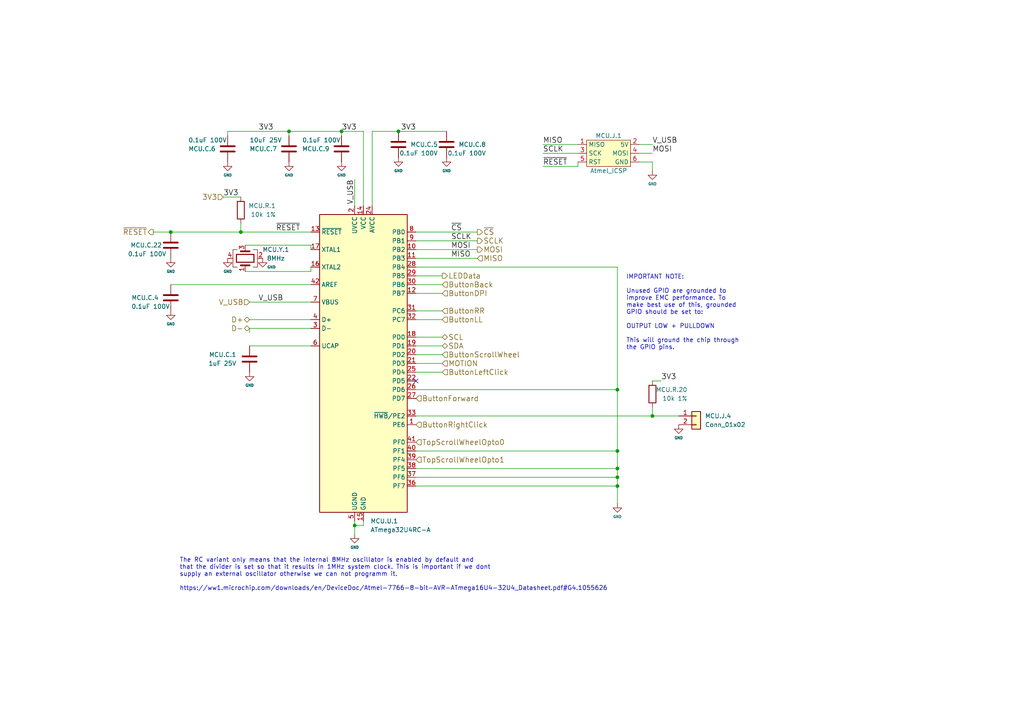
<source format=kicad_sch>
(kicad_sch (version 20211123) (generator eeschema)
  (paper "A4")
  (title_block (title "MCU-SchDoc") (date "17 01 2023") (rev "2.001") (comment 4 "Original: Copyright Ploopy Corporation 2021") (comment 5 "Modified: Copyright Riesi 2023") (comment 7 "Licensed under the CERN-OHL-S v2") (comment 8 "http://ohwr.org/cernohl"))
  (lib_symbols
    (symbol "Connector_Generic:Conn_01x02" (pin_names (offset 1.016) hide)
      (property "Reference" "J" (at 0 2.54 0))
      (property "Value" "Conn_01x02" (at 0 -5.08 0))
      (symbol "Conn_01x02_1_1"
        (rectangle (start -1.27 -2.413) (end 0 -2.667) (stroke (width 0.1524)))
        (rectangle (start -1.27 0.127) (end 0 -0.127) (stroke (width 0.1524)))
        (rectangle (start -1.27 1.27) (end 1.27 -3.81) (stroke (width 0.254)) (fill (type background)))
        (pin passive line (at -5.08 0 0) (length 3.81) (name "Pin_1") (number "1"))
        (pin passive line (at -5.08 -2.54 0) (length 3.81) (name "Pin_2") (number "2"))
      )
    )
    (symbol "Device:C" (pin_numbers hide) (pin_names (offset 0.254))
      (property "Reference" "C" (at 0.635 2.54 0))
      (property "Value" "C" (at 0.635 -2.54 0))
      (symbol "C_0_1"
        (polyline (pts (xy -2.032 -0.762) (xy 2.032 -0.762)) (stroke (width 0.508)))
        (polyline (pts (xy -2.032 0.762) (xy 2.032 0.762)) (stroke (width 0.508)))
      )
      (symbol "C_1_1"
        (pin passive line (at 0 3.81 270) (length 2.794) (name "~") (number "1"))
        (pin passive line (at 0 -3.81 90) (length 2.794) (name "~") (number "2"))
      )
    )
    (symbol "Device:Crystal_GND24" (pin_names (offset 1.016) hide)
      (property "Reference" "Y" (at 3.175 5.08 0))
      (property "Value" "Crystal_GND24" (at 3.175 3.175 0))
      (symbol "Crystal_GND24_0_1"
        (rectangle (start -1.143 2.54) (end 1.143 -2.54) (stroke (width 0.3048)))
        (polyline (pts (xy -2.54 0) (xy -2.032 0)))
        (polyline (pts (xy -2.032 -1.27) (xy -2.032 1.27)) (stroke (width 0.508)))
        (polyline (pts (xy 0 -3.81) (xy 0 -3.556)))
        (polyline (pts (xy 0 3.556) (xy 0 3.81)))
        (polyline (pts (xy 2.032 -1.27) (xy 2.032 1.27)) (stroke (width 0.508)))
        (polyline (pts (xy 2.032 0) (xy 2.54 0)))
        (polyline (pts (xy -2.54 -2.286) (xy -2.54 -3.556) (xy 2.54 -3.556) (xy 2.54 -2.286)))
        (polyline (pts (xy -2.54 2.286) (xy -2.54 3.556) (xy 2.54 3.556) (xy 2.54 2.286)))
      )
      (symbol "Crystal_GND24_1_1"
        (pin passive line (at -3.81 0 0) (length 1.27) (name "1") (number "1"))
        (pin passive line (at 0 5.08 270) (length 1.27) (name "2") (number "2"))
        (pin passive line (at 3.81 0 180) (length 1.27) (name "3") (number "3"))
        (pin passive line (at 0 -5.08 90) (length 1.27) (name "4") (number "4"))
      )
    )
    (symbol "Device:R" (pin_numbers hide) (pin_names (offset 0))
      (property "Reference" "R" (at 2.032 0 90))
      (property "Value" "R" (at 0 0 90))
      (symbol "R_0_1"
        (rectangle (start -1.016 -2.54) (end 1.016 2.54) (stroke (width 0.254)))
      )
      (symbol "R_1_1"
        (pin passive line (at 0 3.81 270) (length 1.27) (name "~") (number "1"))
        (pin passive line (at 0 -3.81 90) (length 1.27) (name "~") (number "2"))
      )
    )
    (symbol "MCU_Microchip_ATmega:ATmega32U4-A"
      (property "Reference" "U" (at -12.7 44.45 0))
      (property "Value" "ATmega32U4-A" (at 2.54 -44.45 0))
      (symbol "ATmega32U4-A_0_1"
        (rectangle (start -12.7 -43.18) (end 12.7 43.18) (stroke (width 0.254)) (fill (type background)))
      )
      (symbol "ATmega32U4-A_1_1"
        (pin bidirectional line (at 15.24 -17.78 180) (length 2.54) (name "PE6") (number "1"))
        (pin bidirectional line (at 15.24 33.02 180) (length 2.54) (name "PB2") (number "10"))
        (pin bidirectional line (at 15.24 30.48 180) (length 2.54) (name "PB3") (number "11"))
        (pin bidirectional line (at 15.24 20.32 180) (length 2.54) (name "PB7") (number "12"))
        (pin input line (at -15.24 38.1 0) (length 2.54) (name "~{RESET}") (number "13"))
        (pin power_in line (at 0 45.72 270) (length 2.54) (name "VCC") (number "14"))
        (pin power_in line (at 0 -45.72 90) (length 2.54) (name "GND") (number "15"))
        (pin output line (at -15.24 27.94 0) (length 2.54) (name "XTAL2") (number "16"))
        (pin input line (at -15.24 33.02 0) (length 2.54) (name "XTAL1") (number "17"))
        (pin bidirectional line (at 15.24 7.62 180) (length 2.54) (name "PD0") (number "18"))
        (pin bidirectional line (at 15.24 5.08 180) (length 2.54) (name "PD1") (number "19"))
        (pin power_in line (at -2.54 45.72 270) (length 2.54) (name "UVCC") (number "2"))
        (pin bidirectional line (at 15.24 2.54 180) (length 2.54) (name "PD2") (number "20"))
        (pin bidirectional line (at 15.24 0 180) (length 2.54) (name "PD3") (number "21"))
        (pin bidirectional line (at 15.24 -5.08 180) (length 2.54) (name "PD5") (number "22"))
        (pin passive line (at 0 -45.72 90) (length 2.54) hide (name "GND") (number "23"))
        (pin power_in line (at 2.54 45.72 270) (length 2.54) (name "AVCC") (number "24"))
        (pin bidirectional line (at 15.24 -2.54 180) (length 2.54) (name "PD4") (number "25"))
        (pin bidirectional line (at 15.24 -7.62 180) (length 2.54) (name "PD6") (number "26"))
        (pin bidirectional line (at 15.24 -10.16 180) (length 2.54) (name "PD7") (number "27"))
        (pin bidirectional line (at 15.24 27.94 180) (length 2.54) (name "PB4") (number "28"))
        (pin bidirectional line (at 15.24 25.4 180) (length 2.54) (name "PB5") (number "29"))
        (pin bidirectional line (at -15.24 10.16 0) (length 2.54) (name "D-") (number "3"))
        (pin bidirectional line (at 15.24 22.86 180) (length 2.54) (name "PB6") (number "30"))
        (pin bidirectional line (at 15.24 15.24 180) (length 2.54) (name "PC6") (number "31"))
        (pin bidirectional line (at 15.24 12.7 180) (length 2.54) (name "PC7") (number "32"))
        (pin bidirectional line (at 15.24 -15.24 180) (length 2.54) (name "~{HWB}/PE2") (number "33"))
        (pin passive line (at 0 45.72 270) (length 2.54) hide (name "VCC") (number "34"))
        (pin passive line (at 0 -45.72 90) (length 2.54) hide (name "GND") (number "35"))
        (pin bidirectional line (at 15.24 -35.56 180) (length 2.54) (name "PF7") (number "36"))
        (pin bidirectional line (at 15.24 -33.02 180) (length 2.54) (name "PF6") (number "37"))
        (pin bidirectional line (at 15.24 -30.48 180) (length 2.54) (name "PF5") (number "38"))
        (pin bidirectional line (at 15.24 -27.94 180) (length 2.54) (name "PF4") (number "39"))
        (pin bidirectional line (at -15.24 12.7 0) (length 2.54) (name "D+") (number "4"))
        (pin bidirectional line (at 15.24 -25.4 180) (length 2.54) (name "PF1") (number "40"))
        (pin bidirectional line (at 15.24 -22.86 180) (length 2.54) (name "PF0") (number "41"))
        (pin passive line (at -15.24 22.86 0) (length 2.54) (name "AREF") (number "42"))
        (pin passive line (at 0 -45.72 90) (length 2.54) hide (name "GND") (number "43"))
        (pin passive line (at 2.54 45.72 270) (length 2.54) hide (name "AVCC") (number "44"))
        (pin passive line (at -2.54 -45.72 90) (length 2.54) (name "UGND") (number "5"))
        (pin passive line (at -15.24 5.08 0) (length 2.54) (name "UCAP") (number "6"))
        (pin input line (at -15.24 17.78 0) (length 2.54) (name "VBUS") (number "7"))
        (pin bidirectional line (at 15.24 38.1 180) (length 2.54) (name "PB0") (number "8"))
        (pin bidirectional line (at 15.24 35.56 180) (length 2.54) (name "PB1") (number "9"))
      )
    )
    (symbol "Mouse_Parts:Atmel_ICSP"
      (property "Reference" "J" (at -2.54 5.08 0))
      (property "Value" "Atmel_ICSP" (at 0 -5.08 0))
      (symbol "Atmel_ICSP_0_1"
        (rectangle (start -6.35 3.81) (end 6.35 -3.81) (fill (type background)))
      )
      (symbol "Atmel_ICSP_1_1"
        (pin input line (at -8.89 2.54 0) (length 2.54) (name "MISO") (number "1"))
        (pin passive line (at 8.89 2.54 180) (length 2.54) (name "5V") (number "2"))
        (pin output line (at -8.89 0 0) (length 2.54) (name "SCK") (number "3"))
        (pin output line (at 8.89 0 180) (length 2.54) (name "MOSI") (number "4"))
        (pin output line (at -8.89 -2.54 0) (length 2.54) (name "RST") (number "5"))
        (pin passive line (at 8.89 -2.54 180) (length 2.54) (name "GND") (number "6"))
      )
    )
    (symbol "power:GND" (power) (pin_names (offset 0))
      (property "Value" "GND" (at 0 -3.81 0))
      (symbol "GND_0_1"
        (polyline (pts (xy 0 0) (xy 0 -1.27) (xy 1.27 -1.27) (xy 0 -2.54) (xy -1.27 -1.27) (xy 0 -1.27)))
      )
      (symbol "GND_1_1"
        (pin power_in line (at 0 0 270) (length 0) hide (name "GND") (number "1"))
      )
    )
  )
  (junction (at 179.07 130.81))
  (junction (at 189.23 120.65))
  (junction (at 69.85 67.31))
  (junction (at 179.07 113.03))
  (junction (at 83.82 38.1))
  (junction (at 49.53 67.31))
  (junction (at 102.87 152.4))
  (junction (at 179.07 135.89))
  (junction (at 115.57 38.1))
  (junction (at 179.07 140.97))
  (junction (at 99.06 38.1))
  (junction (at 179.07 138.43))
  (no_connect (at 120.65 110.49))
  (wire (pts (xy 115.57 38.1) (xy 107.95 38.1)))
  (wire (pts (xy 128.27 100.33) (xy 120.65 100.33)))
  (wire (pts (xy 185.42 46.99) (xy 189.23 46.99)))
  (wire (pts (xy 189.23 120.65) (xy 196.85 120.65)))
  (wire (pts (xy 105.41 152.4) (xy 105.41 151.13)))
  (wire (pts (xy 69.85 67.31) (xy 90.17 67.31)))
  (wire (pts (xy 185.42 41.91) (xy 189.23 41.91)))
  (wire (pts (xy 120.65 69.85) (xy 138.43 69.85)))
  (wire (pts (xy 66.04 39.37) (xy 66.04 38.1)))
  (wire (pts (xy 49.53 82.55) (xy 90.17 82.55)))
  (wire (pts (xy 179.07 113.03) (xy 179.07 130.81)))
  (wire (pts (xy 157.48 48.26) (xy 167.64 48.26)))
  (wire (pts (xy 128.27 105.41) (xy 120.65 105.41)))
  (wire (pts (xy 167.64 48.26) (xy 167.64 46.99)))
  (wire (pts (xy 128.27 92.71) (xy 120.65 92.71)))
  (wire (pts (xy 102.87 52.07) (xy 102.87 59.69)))
  (wire (pts (xy 102.87 152.4) (xy 102.87 151.13)))
  (wire (pts (xy 99.06 38.1) (xy 105.41 38.1)))
  (wire (pts (xy 120.65 135.89) (xy 179.07 135.89)))
  (wire (pts (xy 71.12 78.74) (xy 90.17 78.74)))
  (wire (pts (xy 128.27 82.55) (xy 120.65 82.55)))
  (wire (pts (xy 64.77 57.15) (xy 69.85 57.15)))
  (wire (pts (xy 179.07 135.89) (xy 179.07 138.43)))
  (wire (pts (xy 191.77 110.49) (xy 189.23 110.49)))
  (wire (pts (xy 72.39 100.33) (xy 90.17 100.33)))
  (wire (pts (xy 128.27 107.95) (xy 120.65 107.95)))
  (wire (pts (xy 179.07 77.47) (xy 120.65 77.47)))
  (wire (pts (xy 72.39 96.52) (xy 72.39 95.25)))
  (wire (pts (xy 128.27 90.17) (xy 120.65 90.17)))
  (wire (pts (xy 179.07 138.43) (xy 120.65 138.43)))
  (wire (pts (xy 179.07 113.03) (xy 179.07 77.47)))
  (wire (pts (xy 179.07 140.97) (xy 120.65 140.97)))
  (wire (pts (xy 120.65 130.81) (xy 179.07 130.81)))
  (wire (pts (xy 83.82 39.37) (xy 83.82 38.1)))
  (wire (pts (xy 120.65 120.65) (xy 189.23 120.65)))
  (wire (pts (xy 49.53 67.31) (xy 69.85 67.31)))
  (wire (pts (xy 128.27 102.87) (xy 120.65 102.87)))
  (wire (pts (xy 102.87 154.94) (xy 102.87 152.4)))
  (wire (pts (xy 120.65 74.93) (xy 138.43 74.93)))
  (wire (pts (xy 66.04 38.1) (xy 83.82 38.1)))
  (wire (pts (xy 138.43 72.39) (xy 120.65 72.39)))
  (wire (pts (xy 128.27 80.01) (xy 120.65 80.01)))
  (wire (pts (xy 107.95 38.1) (xy 107.95 59.69)))
  (wire (pts (xy 179.07 130.81) (xy 179.07 135.89)))
  (wire (pts (xy 44.45 67.31) (xy 49.53 67.31)))
  (wire (pts (xy 72.39 87.63) (xy 90.17 87.63)))
  (wire (pts (xy 71.12 71.12) (xy 90.17 71.12)))
  (wire (pts (xy 157.48 44.45) (xy 167.64 44.45)))
  (wire (pts (xy 179.07 140.97) (xy 179.07 146.05)))
  (wire (pts (xy 189.23 46.99) (xy 189.23 49.53)))
  (wire (pts (xy 138.43 67.31) (xy 120.65 67.31)))
  (wire (pts (xy 90.17 72.39) (xy 90.17 71.12)))
  (wire (pts (xy 83.82 38.1) (xy 99.06 38.1)))
  (wire (pts (xy 179.07 140.97) (xy 179.07 138.43)))
  (wire (pts (xy 69.85 64.77) (xy 69.85 67.31)))
  (wire (pts (xy 72.39 92.71) (xy 90.17 92.71)))
  (wire (pts (xy 189.23 118.11) (xy 189.23 120.65)))
  (wire (pts (xy 72.39 95.25) (xy 90.17 95.25)))
  (wire (pts (xy 120.65 113.03) (xy 179.07 113.03)))
  (wire (pts (xy 99.06 38.1) (xy 99.06 39.37)))
  (wire (pts (xy 157.48 41.91) (xy 167.64 41.91)))
  (wire (pts (xy 115.57 38.1) (xy 129.54 38.1)))
  (wire (pts (xy 105.41 38.1) (xy 105.41 59.69)))
  (wire (pts (xy 90.17 78.74) (xy 90.17 77.47)))
  (wire (pts (xy 128.27 85.09) (xy 120.65 85.09)))
  (wire (pts (xy 102.87 152.4) (xy 105.41 152.4)))
  (wire (pts (xy 128.27 97.79) (xy 120.65 97.79)))
  (wire (pts (xy 185.42 44.45) (xy 189.23 44.45)))
  (text "The RC variant only means that the internal 8MHz oscillator is enabled by default and \nthat the divider is set so that it results in 1MHz system clock. This is important if we dont \nsupply an external oscillator otherwise we can not programm it.\n\nhttps://ww1.microchip.com/downloads/en/DeviceDoc/Atmel-7766-8-bit-AVR-ATmega16U4-32U4_Datasheet.pdf#G4.1055626" (at 52.07 171.45 0) (effects (font (size 1.27 1.27)) (justify left bottom)))
  (text "IMPORTANT NOTE:\n\nUnused GPIO are grounded to \nimprove EMC performance. To \nmake best use of this, grounded \nGPIO should be set to:    \n\nOUTPUT LOW + PULLDOWN    \n\nThis will ground the chip through\nthe GPIO pins." (at 181.61 101.6 0) (effects (font (size 1.27 1.27)) (justify left bottom)))
  (label "3V3" (at 64.77 57.15 0) (effects (font (size 1.524 1.524))))
  (label "3V3" (at 99.06 38.1 0) (effects (font (size 1.524 1.524))))
  (label "MISO" (at 157.48 41.91 0) (effects (font (size 1.524 1.524))))
  (label "3V3" (at 191.77 110.49 0) (effects (font (size 1.524 1.524))))
  (label "3V3" (at 74.93 38.1 0) (effects (font (size 1.524 1.524))))
  (label "MOSI" (at 189.23 44.45 0) (effects (font (size 1.524 1.524))))
  (label "V_USB" (at 74.93 87.63 0) (effects (font (size 1.524 1.524))))
  (label "~{RESET}" (at 157.48 48.26 0) (effects (font (size 1.524 1.524))))
  (label "V_USB" (at 189.23 41.91 0) (effects (font (size 1.524 1.524))))
  (label "SCLK" (at 157.48 44.45 0) (effects (font (size 1.524 1.524))))
  (label "V_USB" (at 102.87 52.07 270) (effects (font (size 1.524 1.524))))
  (label "~{RESET}" (at 80.01 67.31 0) (effects (font (size 1.524 1.524))))
  (label "SCLK" (at 130.81 69.85 0) (effects (font (size 1.524 1.524))))
  (label "MOSI" (at 130.81 72.39 0) (effects (font (size 1.524 1.524))))
  (label "~{CS}" (at 130.81 67.31 0) (effects (font (size 1.524 1.524))))
  (label "3V3" (at 120.65 38.1 180) (effects (font (size 1.524 1.524))))
  (label "MISO" (at 130.81 74.93 0) (effects (font (size 1.524 1.524))))
  (hierarchical_label "V_USB" (shape input) (at 72.39 87.63 180) (effects (font (size 1.524 1.524))))
  (hierarchical_label "MOTION" (shape input) (at 128.27 105.41 0) (effects (font (size 1.524 1.524))))
  (hierarchical_label "~{CS}" (shape output) (at 138.43 67.31 0) (effects (font (size 1.524 1.524))))
  (hierarchical_label "MOSI" (shape output) (at 138.43 72.39 0) (effects (font (size 1.524 1.524))))
  (hierarchical_label "ButtonRightClick" (shape input) (at 120.65 123.19 0) (effects (font (size 1.524 1.524))))
  (hierarchical_label "SCL" (shape bidirectional) (at 128.27 97.79 0) (effects (font (size 1.524 1.524))))
  (hierarchical_label "TopScrollWheelOpto0" (shape input) (at 120.65 128.27 0) (effects (font (size 1.524 1.524))))
  (hierarchical_label "ButtonLL" (shape input) (at 128.27 92.71 0) (effects (font (size 1.524 1.524))))
  (hierarchical_label "ButtonLeftClick" (shape input) (at 128.27 107.95 0) (effects (font (size 1.524 1.524))))
  (hierarchical_label "3V3" (shape input) (at 64.77 57.15 180) (effects (font (size 1.524 1.524))))
  (hierarchical_label "ButtonRR" (shape input) (at 128.27 90.17 0) (effects (font (size 1.524 1.524))))
  (hierarchical_label "ButtonForward" (shape input) (at 120.65 115.57 0) (effects (font (size 1.524 1.524))))
  (hierarchical_label "ButtonBack" (shape input) (at 128.27 82.55 0) (effects (font (size 1.524 1.524))))
  (hierarchical_label "SCLK" (shape output) (at 138.43 69.85 0) (effects (font (size 1.524 1.524))))
  (hierarchical_label "ButtonDPI" (shape input) (at 128.27 85.09 0) (effects (font (size 1.524 1.524))))
  (hierarchical_label "LEDData" (shape output) (at 128.27 80.01 0) (effects (font (size 1.524 1.524))))
  (hierarchical_label "~{RESET}" (shape output) (at 44.45 67.31 180) (effects (font (size 1.524 1.524))))
  (hierarchical_label "TopScrollWheelOpto1" (shape input) (at 120.65 133.35 0) (effects (font (size 1.524 1.524))))
  (hierarchical_label "D+" (shape bidirectional) (at 72.39 92.71 180) (effects (font (size 1.524 1.524))))
  (hierarchical_label "MISO" (shape input) (at 138.43 74.93 0) (effects (font (size 1.524 1.524))))
  (hierarchical_label "SDA" (shape bidirectional) (at 128.27 100.33 0) (effects (font (size 1.524 1.524))))
  (hierarchical_label "ButtonScrollWheel" (shape input) (at 128.27 102.87 0) (effects (font (size 1.524 1.524))))
  (hierarchical_label "D-" (shape bidirectional) (at 72.39 95.25 180) (effects (font (size 1.524 1.524))))
  (symbol (lib_id "power:GND") (at 196.85 123.19 0) (unit 1)
    (property "Reference" "#GND_042" (effects hide))
    (property "Value" "GND" (at 196.85 127 0) (effects (font (size 0.762 0.762))))
  )
  (symbol (lib_id "power:GND") (at 49.53 74.93 0) (unit 1)
    (property "Reference" "#GND_041" (effects hide))
    (property "Value" "GND" (at 49.53 78.74 0) (effects (font (size 0.762 0.762))))
  )
  (symbol (lib_id "power:GND") (at 179.07 146.05 0) (unit 1)
    (property "Reference" "#GND_040" (effects hide))
    (property "Value" "GND" (at 179.07 149.86 0) (effects (font (size 0.762 0.762))))
  )
  (symbol (lib_id "power:GND") (at 49.53 90.17 0) (unit 1)
    (property "Reference" "#GND_039" (effects hide))
    (property "Value" "GND" (at 49.53 93.98 0) (effects (font (size 0.762 0.762))))
  )
  (symbol (lib_id "power:GND") (at 99.06 46.99 0) (unit 1)
    (property "Reference" "#GND_038" (effects hide))
    (property "Value" "GND" (at 99.06 50.8 0) (effects (font (size 0.762 0.762))))
  )
  (symbol (lib_id "power:GND") (at 115.57 45.72 0) (mirror y) (unit 1)
    (property "Reference" "#GND_037" (effects hide))
    (property "Value" "GND" (at 115.57 49.53 0) (effects (font (size 0.762 0.762))))
  )
  (symbol (lib_id "power:GND") (at 129.54 45.72 0) (unit 1)
    (property "Reference" "#GND_036" (effects hide))
    (property "Value" "GND" (at 129.54 49.53 0) (effects (font (size 0.762 0.762))))
  )
  (symbol (lib_id "power:GND") (at 83.82 46.99 0) (unit 1)
    (property "Reference" "#GND_035" (effects hide))
    (property "Value" "GND" (at 83.82 50.8 0) (effects (font (size 0.762 0.762))))
  )
  (symbol (lib_id "power:GND") (at 72.39 107.95 0) (unit 1)
    (property "Reference" "#GND_033" (effects hide))
    (property "Value" "GND" (at 72.39 111.76 0) (effects (font (size 0.762 0.762))))
  )
  (symbol (lib_id "power:GND") (at 189.23 49.53 0) (unit 1)
    (property "Reference" "#GND_032" (effects hide))
    (property "Value" "GND" (at 189.23 53.34 0) (effects (font (size 0.762 0.762))))
  )
  (symbol (lib_id "power:GND") (at 102.87 154.94 0) (unit 1)
    (property "Reference" "#GND_031" (effects hide))
    (property "Value" "GND" (at 102.87 158.75 0) (effects (font (size 0.762 0.762))))
  )
  (symbol (lib_id "power:GND") (at 66.04 74.93 0) (unit 1)
    (property "Reference" "#GND_0108" (effects hide))
    (property "Value" "GND" (at 66.04 78.74 0) (effects (font (size 0.762 0.762))))
  )
  (symbol (lib_id "Device:Crystal_GND24") (at 71.12 74.93 270) (mirror x) (unit 1)
    (property "Reference" "MCU.Y.1" (at 80.01 72.39 90))
    (property "Value" "8MHz" (at 80.01 74.93 90))
    (property "Footprint" "Crystals.PcbLib:LFXTAL055663BULK" (effects hide))
  )
  (symbol (lib_id "Device:C") (at 49.53 71.12 0) (mirror x) (unit 1)
    (property "Reference" "MCU.C.22" (at 46.99 71.12 0) (effects (justify right)))
    (property "Value" "0.1uF 100V" (at 48.26 73.66 0) (effects (justify right)))
    (property "Footprint" "mouse_part:C_0805" (effects hide))
  )
  (symbol (lib_id "Device:C") (at 49.53 86.36 0) (mirror x) (unit 1)
    (property "Reference" "MCU.C.4" (at 38.1 86.36 0) (effects (justify left)))
    (property "Value" "0.1uF 100V" (at 38.1 88.9 0) (effects (justify left)))
    (property "Footprint" "mouse_part:C_0805" (effects hide))
  )
  (symbol (lib_id "Device:C") (at 115.57 41.91 180) (unit 1)
    (property "Reference" "MCU.C.5" (at 127 41.91 0) (effects (justify left)))
    (property "Value" "0.1uF 100V" (at 127 44.45 0) (effects (justify left)))
    (property "Footprint" "mouse_part:C_0805" (effects hide))
  )
  (symbol (lib_id "Device:C") (at 99.06 43.18 0) (mirror x) (unit 1)
    (property "Reference" "MCU.C.9" (at 87.63 43.18 0) (effects (justify left)))
    (property "Value" "0.1uF 100V" (at 87.63 40.64 0) (effects (justify left)))
    (property "Footprint" "mouse_part:C_0805" (effects hide))
  )
  (symbol (lib_id "Device:R") (at 189.23 114.3 0) (mirror x) (unit 1)
    (property "Reference" "MCU.R.20" (at 199.39 113.03 0) (effects (justify right)))
    (property "Value" "10k 1%" (at 199.39 115.57 0) (effects (justify right)))
    (property "Footprint" "mouse_part:0805" (effects hide))
  )
  (symbol (lib_id "Device:R") (at 69.85 60.96 0) (mirror x) (unit 1)
    (property "Reference" "MCU.R.1" (at 80.01 59.69 0) (effects (justify right)))
    (property "Value" "10k 1%" (at 80.01 62.23 0) (effects (justify right)))
    (property "Footprint" "mouse_part:0805" (effects hide))
  )
  (symbol (lib_id "Device:C") (at 83.82 43.18 0) (mirror x) (unit 1)
    (property "Reference" "MCU.C.7" (at 72.39 43.18 0) (effects (justify left)))
    (property "Value" "10uF 25V" (at 72.39 40.64 0) (effects (justify left)))
    (property "Footprint" "mouse_part:C_0805" (effects hide))
  )
  (symbol (lib_id "MCU_Microchip_ATmega:ATmega32U4-A") (at 105.41 105.41 0) (unit 1)
    (property "Reference" "MCU.U.1" (at 107.4294 151.13 0) (effects (justify left)))
    (property "Value" "ATmega32U4RC-A" (at 107.4294 153.67 0) (effects (justify left)))
    (property "Footprint" "MCUs.PcbLib:ATMEGA32U4 - TQFP80P1200X1200X120-44N" (effects hide))
    (property "Datasheet" "http://ww1.microchip.com/downloads/en/DeviceDoc/Atmel-7766-8-bit-AVR-ATmega16U4-32U4_Datasheet.pdf" (effects hide))
  )
  (symbol (lib_id "power:GND") (at 66.04 46.99 0) (unit 1)
    (property "Reference" "#GND_0111" (effects hide))
    (property "Value" "GND" (at 66.04 50.8 0) (effects (font (size 0.762 0.762))))
  )
  (symbol (lib_id "Device:C") (at 66.04 43.18 0) (mirror x) (unit 1)
    (property "Reference" "MCU.C.6" (at 54.61 43.18 0) (effects (justify left)))
    (property "Value" "0.1uF 100V" (at 54.61 40.64 0) (effects (justify left)))
    (property "Footprint" "mouse_part:C_0805" (effects hide))
  )
  (symbol (lib_id "Device:C") (at 72.39 104.14 0) (mirror x) (unit 1)
    (property "Reference" "MCU.C.1" (at 68.58 102.8699 0) (effects (justify right)))
    (property "Value" "1uF 25V" (at 68.58 105.4099 0) (effects (justify right)))
    (property "Footprint" "mouse_part:C_0805" (effects hide))
  )
  (symbol (lib_id "power:GND") (at 76.2 74.93 0) (unit 1)
    (property "Reference" "#GND_0110" (effects hide))
    (property "Value" "GND" (at 78.74 77.47 0) (effects (font (size 0.762 0.762))))
  )
  (symbol (lib_id "Connector_Generic:Conn_01x02") (at 201.93 120.65 0) (unit 1)
    (property "Reference" "MCU.J.4" (at 204.47 120.6499 0) (effects (justify left)))
    (property "Value" "Conn_01x02" (at 204.47 123.1899 0) (effects (justify left)))
    (property "Footprint" "Connectors.PcbLib:2x1" (effects hide))
  )
  (symbol (lib_id "Mouse_Parts:Atmel_ICSP") (at 176.53 44.45 0) (unit 1)
    (property "Reference" "MCU.J.1" (at 176.53 39.37 0))
    (property "Value" "Atmel_ICSP" (at 176.53 49.53 0))
    (property "Footprint" "Connectors.PcbLib:6x2" (effects hide))
  )
  (symbol (lib_id "Device:C") (at 129.54 41.91 0) (mirror x) (unit 1)
    (property "Reference" "MCU.C.8" (at 140.97 41.91 0) (effects (justify right)))
    (property "Value" "0.1uF 100V" (at 140.97 44.45 0) (effects (justify right)))
    (property "Footprint" "mouse_part:C_0805" (effects hide))
  )
)
</source>
